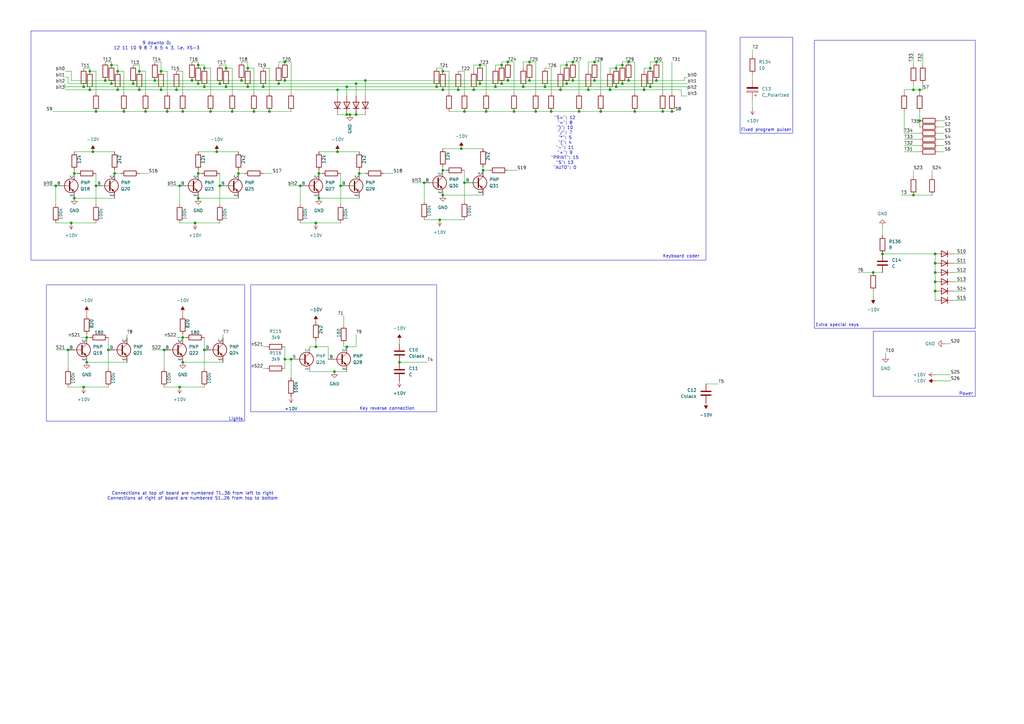
<source format=kicad_sch>
(kicad_sch (version 20250114) (generator "eeschema") (generator_version "9.0")
  (paper "A3")
  (rectangle (start 358.14 135.89) (end 400.05 162.56))
  (rectangle (start 19.05 116.84) (end 100.33 172.72))
  (rectangle (start 102.87 116.84) (end 179.07 168.91))
  (rectangle (start 12.7 12.7) (end 289.56 106.68))
  (rectangle (start 334.01 16.51) (end 400.05 134.62))
  (rectangle (start 303.53 15.24) (end 325.12 54.61))
  (text "Power" (at 396.24 161.544 0) (effects (font (size 1.27 1.27))))
  (text "Fixed program pulser" (at 314.198 53.34 0) (effects (font (size 1.27 1.27))))
  (text "Connections at top of board are numbered T1..36 from left to right\nConnections at right of board are numbered S1..26 from top to bottom" (at 78.994 203.454 0) (effects (font (size 1.27 1.27))))
  (text "9 downto 0:\n12 11 10 9 8 7 6 5 4 3, i.e. XS-3" (at 64.262 18.796 0) (effects (font (size 1.27 1.27))))
  (text "Lights" (at 96.774 171.958 0) (effects (font (size 1.27 1.27))))
  (text "Keyboard coder" (at 279.4 105.156 0) (effects (font (size 1.27 1.27))))
  (text "Extra special keys" (at 343.408 133.35 0) (effects (font (size 1.27 1.27))))
  (text "Key reverse connection" (at 158.75 167.64 0) (effects (font (size 1.27 1.27))))
  (text "\"S=\": 12\n\"=\": 8\n\")\": 10\n\"/\": 7\n\"*\": 5\n\"(\": 4\n\"-\": 11\n\"+\": 9\n\"PRINT\": 15\n\"S\": 13\n\"AUTO\": 0" (at 231.648 58.674 0) (effects (font (size 1.27 1.27))))
  (junction (at 205.74 34.29))
  (junction (at 266.7 27.94))
  (junction (at 83.82 143.51))
  (junction (at 377.19 49.53))
  (junction (at 374.65 80.01))
  (junction (at 138.43 62.23))
  (junction (at 173.99 74.93))
  (junction (at 210.82 45.72))
  (junction (at 223.52 35.56))
  (junction (at 374.65 36.83))
  (junction (at 129.54 91.44))
  (junction (at 29.21 91.44))
  (junction (at 45.72 34.29))
  (junction (at 163.83 148.59))
  (junction (at 196.85 34.29))
  (junction (at 271.78 45.72))
  (junction (at 63.5 33.02))
  (junction (at 243.84 33.02))
  (junction (at 39.37 45.72))
  (junction (at 187.96 36.83))
  (junction (at 95.25 45.72))
  (junction (at 107.95 35.56))
  (junction (at 72.39 36.83))
  (junction (at 34.29 35.56))
  (junction (at 101.6 35.56))
  (junction (at 252.73 27.94))
  (junction (at 123.19 76.2))
  (junction (at 38.1 62.23))
  (junction (at 81.28 34.29))
  (junction (at 147.32 71.12))
  (junction (at 114.3 34.29))
  (junction (at 99.06 33.02))
  (junction (at 27.94 143.51))
  (junction (at 181.61 36.83))
  (junction (at 86.36 45.72))
  (junction (at 217.17 25.4))
  (junction (at 255.27 34.29))
  (junction (at 74.93 148.59))
  (junction (at 383.54 104.14))
  (junction (at 44.45 143.51))
  (junction (at 48.26 29.21))
  (junction (at 48.26 36.83))
  (junction (at 243.84 25.4))
  (junction (at 232.41 26.67))
  (junction (at 383.54 115.57))
  (junction (at 143.51 46.99))
  (junction (at 255.27 26.67))
  (junction (at 35.56 148.59))
  (junction (at 179.07 35.56))
  (junction (at 36.83 36.83))
  (junction (at 39.37 76.2))
  (junction (at 246.38 45.72))
  (junction (at 142.24 46.99))
  (junction (at 116.84 25.4))
  (junction (at 190.5 45.72))
  (junction (at 73.66 158.75))
  (junction (at 110.49 45.72))
  (junction (at 208.28 33.02))
  (junction (at 81.28 26.67))
  (junction (at 142.24 35.56))
  (junction (at 208.28 25.4))
  (junction (at 383.54 119.38))
  (junction (at 257.81 25.4))
  (junction (at 260.35 45.72))
  (junction (at 138.43 36.83))
  (junction (at 181.61 29.21))
  (junction (at 234.95 25.4))
  (junction (at 269.24 33.02))
  (junction (at 264.16 36.83))
  (junction (at 90.17 34.29))
  (junction (at 257.81 33.02))
  (junction (at 130.81 71.12))
  (junction (at 199.39 45.72))
  (junction (at 66.04 36.83))
  (junction (at 22.86 76.2))
  (junction (at 383.54 111.76))
  (junction (at 180.34 90.17))
  (junction (at 54.61 34.29))
  (junction (at 226.06 45.72))
  (junction (at 266.7 35.56))
  (junction (at 74.93 45.72))
  (junction (at 196.85 26.67))
  (junction (at 142.24 142.24))
  (junction (at 34.29 158.75))
  (junction (at 219.71 45.72))
  (junction (at 57.15 36.83))
  (junction (at 30.48 81.28))
  (junction (at 181.61 80.01))
  (junction (at 50.8 45.72))
  (junction (at 66.04 29.21))
  (junction (at 97.79 71.12))
  (junction (at 90.17 76.2))
  (junction (at 205.74 26.67))
  (junction (at 181.61 69.85))
  (junction (at 377.19 36.83))
  (junction (at 194.31 36.83))
  (junction (at 358.14 111.76))
  (junction (at 269.24 25.4))
  (junction (at 83.82 27.94))
  (junction (at 92.71 27.94))
  (junction (at 36.83 29.21))
  (junction (at 45.72 26.67))
  (junction (at 43.18 33.02))
  (junction (at 137.16 152.4))
  (junction (at 57.15 29.21))
  (junction (at 59.69 45.72))
  (junction (at 198.12 69.85))
  (junction (at 74.93 138.43))
  (junction (at 92.71 35.56))
  (junction (at 217.17 33.02))
  (junction (at 67.31 143.51))
  (junction (at 104.14 45.72))
  (junction (at 139.7 76.2))
  (junction (at 203.2 35.56))
  (junction (at 383.54 107.95))
  (junction (at 30.48 71.12))
  (junction (at 68.58 45.72))
  (junction (at 250.19 36.83))
  (junction (at 146.05 46.99))
  (junction (at 83.82 35.56))
  (junction (at 252.73 35.56))
  (junction (at 146.05 34.29))
  (junction (at 116.84 147.32))
  (junction (at 129.54 142.24))
  (junction (at 232.41 34.29))
  (junction (at 116.84 33.02))
  (junction (at 237.49 45.72))
  (junction (at 78.74 33.02))
  (junction (at 73.66 76.2))
  (junction (at 101.6 27.94))
  (junction (at 214.63 35.56))
  (junction (at 190.5 74.93))
  (junction (at 81.28 71.12))
  (junction (at 361.95 104.14))
  (junction (at 275.59 45.72))
  (junction (at 80.01 91.44))
  (junction (at 130.81 81.28))
  (junction (at 81.28 81.28))
  (junction (at 229.87 36.83))
  (junction (at 35.56 138.43))
  (junction (at 88.9 62.23))
  (junction (at 46.99 71.12))
  (junction (at 119.38 147.32))
  (junction (at 189.23 60.96))
  (junction (at 149.86 33.02))
  (junction (at 234.95 33.02))
  (junction (at 241.3 36.83))
  (wire (pts (xy 119.38 38.1) (xy 119.38 25.4)))
  (wire (pts (xy 83.82 158.75) (xy 73.66 158.75)))
  (wire (pts (xy 90.17 91.44) (xy 80.01 91.44)))
  (wire (pts (xy 384.81 49.53) (xy 387.35 49.53)))
  (wire (pts (xy 17.78 76.2) (xy 22.86 76.2)))
  (wire (pts (xy 391.16 123.19) (xy 396.24 123.19)))
  (wire (pts (xy 205.74 26.67) (xy 205.74 25.4)))
  (wire (pts (xy 179.07 35.56) (xy 203.2 35.56)))
  (wire (pts (xy 81.28 62.23) (xy 88.9 62.23)))
  (wire (pts (xy 190.5 69.85) (xy 190.5 74.93)))
  (wire (pts (xy 184.15 29.21) (xy 181.61 29.21)))
  (wire (pts (xy 104.14 27.94) (xy 101.6 27.94)))
  (wire (pts (xy 223.52 35.56) (xy 252.73 35.56)))
  (wire (pts (xy 140.97 142.24) (xy 142.24 142.24)))
  (wire (pts (xy 214.63 25.4) (xy 217.17 25.4)))
  (wire (pts (xy 382.27 80.01) (xy 374.65 80.01)))
  (wire (pts (xy 181.61 29.21) (xy 181.61 27.94)))
  (wire (pts (xy 181.61 36.83) (xy 187.96 36.83)))
  (wire (pts (xy 208.28 25.4) (xy 210.82 25.4)))
  (wire (pts (xy 48.26 26.67) (xy 45.72 26.67)))
  (wire (pts (xy 384.81 54.61) (xy 387.35 54.61)))
  (wire (pts (xy 194.31 36.83) (xy 229.87 36.83)))
  (wire (pts (xy 217.17 25.4) (xy 219.71 25.4)))
  (wire (pts (xy 138.43 36.83) (xy 181.61 36.83)))
  (wire (pts (xy 123.19 76.2) (xy 123.19 83.82)))
  (wire (pts (xy 289.56 157.48) (xy 294.64 157.48)))
  (wire (pts (xy 149.86 33.02) (xy 208.28 33.02)))
  (wire (pts (xy 377.19 36.83) (xy 377.19 38.1)))
  (wire (pts (xy 374.65 36.83) (xy 377.19 36.83)))
  (wire (pts (xy 33.02 138.43) (xy 35.56 138.43)))
  (wire (pts (xy 250.19 27.94) (xy 252.73 27.94)))
  (wire (pts (xy 383.54 153.67) (xy 389.89 153.67)))
  (wire (pts (xy 142.24 35.56) (xy 179.07 35.56)))
  (wire (pts (xy 138.43 46.99) (xy 142.24 46.99)))
  (wire (pts (xy 203.2 27.94) (xy 203.2 26.67)))
  (wire (pts (xy 88.9 62.23) (xy 97.79 62.23)))
  (wire (pts (xy 81.28 26.67) (xy 83.82 26.67)))
  (wire (pts (xy 90.17 34.29) (xy 81.28 34.29)))
  (wire (pts (xy 81.28 25.4) (xy 81.28 26.67)))
  (wire (pts (xy 39.37 76.2) (xy 44.45 76.2)))
  (wire (pts (xy 110.49 38.1) (xy 110.49 27.94)))
  (wire (pts (xy 226.06 45.72) (xy 237.49 45.72)))
  (wire (pts (xy 74.93 137.16) (xy 74.93 138.43)))
  (wire (pts (xy 387.35 140.97) (xy 389.89 140.97)))
  (wire (pts (xy 81.28 69.85) (xy 81.28 71.12)))
  (wire (pts (xy 243.84 33.02) (xy 257.81 33.02)))
  (wire (pts (xy 252.73 27.94) (xy 252.73 26.67)))
  (wire (pts (xy 139.7 76.2) (xy 144.78 76.2)))
  (wire (pts (xy 383.54 156.21) (xy 389.89 156.21)))
  (wire (pts (xy 130.81 62.23) (xy 138.43 62.23)))
  (wire (pts (xy 95.25 27.94) (xy 92.71 27.94)))
  (wire (pts (xy 36.83 27.94) (xy 34.29 27.94)))
  (wire (pts (xy 74.93 38.1) (xy 74.93 29.21)))
  (wire (pts (xy 92.71 26.67) (xy 92.71 27.94)))
  (wire (pts (xy 39.37 38.1) (xy 39.37 29.21)))
  (wire (pts (xy 129.54 91.44) (xy 123.19 91.44)))
  (wire (pts (xy 140.97 129.54) (xy 140.97 133.35)))
  (wire (pts (xy 280.67 31.75) (xy 281.94 31.75)))
  (wire (pts (xy 35.56 138.43) (xy 36.83 138.43)))
  (wire (pts (xy 39.37 76.2) (xy 39.37 83.82)))
  (wire (pts (xy 78.74 25.4) (xy 81.28 25.4)))
  (wire (pts (xy 147.32 69.85) (xy 147.32 71.12)))
  (wire (pts (xy 361.95 92.71) (xy 361.95 96.52)))
  (wire (pts (xy 83.82 27.94) (xy 86.36 27.94)))
  (wire (pts (xy 184.15 45.72) (xy 190.5 45.72)))
  (wire (pts (xy 163.83 148.59) (xy 175.26 148.59)))
  (wire (pts (xy 80.01 91.44) (xy 73.66 91.44)))
  (wire (pts (xy 203.2 26.67) (xy 205.74 26.67)))
  (wire (pts (xy 27.94 143.51) (xy 27.94 151.13)))
  (wire (pts (xy 205.74 34.29) (xy 232.41 34.29)))
  (wire (pts (xy 116.84 151.13) (xy 116.84 147.32)))
  (wire (pts (xy 101.6 25.4) (xy 101.6 27.94)))
  (wire (pts (xy 266.7 25.4) (xy 269.24 25.4)))
  (wire (pts (xy 107.95 35.56) (xy 142.24 35.56)))
  (wire (pts (xy 81.28 71.12) (xy 82.55 71.12)))
  (wire (pts (xy 73.66 158.75) (xy 67.31 158.75)))
  (wire (pts (xy 264.16 29.21) (xy 264.16 27.94)))
  (wire (pts (xy 83.82 26.67) (xy 83.82 27.94)))
  (wire (pts (xy 377.19 45.72) (xy 377.19 49.53)))
  (wire (pts (xy 384.81 52.07) (xy 387.35 52.07)))
  (wire (pts (xy 232.41 25.4) (xy 232.41 26.67)))
  (wire (pts (xy 370.84 62.23) (xy 377.19 62.23)))
  (wire (pts (xy 264.16 27.94) (xy 266.7 27.94)))
  (wire (pts (xy 279.4 36.83) (xy 279.4 39.37)))
  (wire (pts (xy 83.82 143.51) (xy 83.82 151.13)))
  (wire (pts (xy 219.71 45.72) (xy 226.06 45.72)))
  (wire (pts (xy 194.31 26.67) (xy 194.31 29.21)))
  (wire (pts (xy 370.84 45.72) (xy 370.84 54.61)))
  (wire (pts (xy 54.61 34.29) (xy 45.72 34.29)))
  (wire (pts (xy 237.49 25.4) (xy 234.95 25.4)))
  (wire (pts (xy 97.79 69.85) (xy 97.79 71.12)))
  (wire (pts (xy 74.93 45.72) (xy 86.36 45.72)))
  (wire (pts (xy 48.26 29.21) (xy 48.26 26.67)))
  (wire (pts (xy 280.67 31.75) (xy 280.67 33.02)))
  (wire (pts (xy 129.54 142.24) (xy 127 142.24)))
  (wire (pts (xy 208.28 69.85) (xy 212.09 69.85)))
  (wire (pts (xy 370.84 57.15) (xy 377.19 57.15)))
  (wire (pts (xy 143.51 46.99) (xy 146.05 46.99)))
  (wire (pts (xy 46.99 81.28) (xy 30.48 81.28)))
  (wire (pts (xy 168.91 74.93) (xy 173.99 74.93)))
  (wire (pts (xy 217.17 33.02) (xy 234.95 33.02)))
  (wire (pts (xy 374.65 21.59) (xy 374.65 26.67)))
  (wire (pts (xy 378.46 34.29) (xy 378.46 36.83)))
  (wire (pts (xy 173.99 74.93) (xy 173.99 82.55)))
  (wire (pts (xy 139.7 76.2) (xy 139.7 83.82)))
  (wire (pts (xy 43.18 33.02) (xy 29.21 33.02)))
  (wire (pts (xy 130.81 71.12) (xy 132.08 71.12)))
  (wire (pts (xy 39.37 45.72) (xy 50.8 45.72)))
  (wire (pts (xy 383.54 119.38) (xy 383.54 123.19)))
  (wire (pts (xy 275.59 45.72) (xy 276.86 45.72)))
  (wire (pts (xy 351.79 111.76) (xy 358.14 111.76)))
  (wire (pts (xy 78.74 33.02) (xy 63.5 33.02)))
  (wire (pts (xy 38.1 62.23) (xy 46.99 62.23)))
  (wire (pts (xy 66.04 29.21) (xy 66.04 25.4)))
  (wire (pts (xy 377.19 54.61) (xy 370.84 54.61)))
  (wire (pts (xy 48.26 36.83) (xy 36.83 36.83)))
  (wire (pts (xy 83.82 35.56) (xy 34.29 35.56)))
  (wire (pts (xy 86.36 27.94) (xy 86.36 38.1)))
  (wire (pts (xy 139.7 71.12) (xy 139.7 76.2)))
  (wire (pts (xy 107.95 35.56) (xy 101.6 35.56)))
  (wire (pts (xy 181.61 68.58) (xy 181.61 69.85)))
  (wire (pts (xy 187.96 36.83) (xy 194.31 36.83)))
  (wire (pts (xy 72.39 138.43) (xy 74.93 138.43)))
  (wire (pts (xy 198.12 80.01) (xy 181.61 80.01)))
  (wire (pts (xy 142.24 35.56) (xy 142.24 39.37)))
  (wire (pts (xy 281.94 35.56) (xy 281.94 36.83)))
  (wire (pts (xy 68.58 76.2) (xy 73.66 76.2)))
  (wire (pts (xy 107.95 142.24) (xy 109.22 142.24)))
  (wire (pts (xy 184.15 38.1) (xy 184.15 29.21)))
  (wire (pts (xy 22.86 91.44) (xy 29.21 91.44)))
  (wire (pts (xy 157.48 71.12) (xy 161.29 71.12)))
  (wire (pts (xy 383.54 115.57) (xy 383.54 119.38)))
  (wire (pts (xy 46.99 69.85) (xy 46.99 71.12)))
  (wire (pts (xy 190.5 74.93) (xy 195.58 74.93)))
  (wire (pts (xy 229.87 36.83) (xy 241.3 36.83)))
  (wire (pts (xy 49.53 71.12) (xy 46.99 71.12)))
  (wire (pts (xy 255.27 34.29) (xy 281.94 34.29)))
  (wire (pts (xy 378.46 21.59) (xy 378.46 26.67)))
  (wire (pts (xy 22.86 76.2) (xy 22.86 83.82)))
  (wire (pts (xy 210.82 25.4) (xy 210.82 38.1)))
  (wire (pts (xy 138.43 36.83) (xy 138.43 39.37)))
  (wire (pts (xy 257.81 33.02) (xy 269.24 33.02)))
  (wire (pts (xy 104.14 38.1) (xy 104.14 27.94)))
  (wire (pts (xy 234.95 25.4) (xy 232.41 25.4)))
  (wire (pts (xy 114.3 25.4) (xy 114.3 26.67)))
  (wire (pts (xy 26.67 35.56) (xy 26.67 34.29)))
  (wire (pts (xy 391.16 119.38) (xy 396.24 119.38)))
  (wire (pts (xy 226.06 38.1) (xy 226.06 27.94)))
  (wire (pts (xy 269.24 25.4) (xy 271.78 25.4)))
  (wire (pts (xy 149.86 33.02) (xy 149.86 39.37)))
  (wire (pts (xy 116.84 142.24) (xy 116.84 147.32)))
  (wire (pts (xy 146.05 142.24) (xy 142.24 142.24)))
  (wire (pts (xy 246.38 45.72) (xy 260.35 45.72)))
  (wire (pts (xy 383.54 104.14) (xy 383.54 107.95)))
  (wire (pts (xy 91.44 148.59) (xy 74.93 148.59)))
  (wire (pts (xy 34.29 35.56) (xy 26.67 35.56)))
  (wire (pts (xy 107.95 151.13) (xy 109.22 151.13)))
  (wire (pts (xy 36.83 36.83) (xy 26.67 36.83)))
  (wire (pts (xy 149.86 71.12) (xy 147.32 71.12)))
  (wire (pts (xy 203.2 35.56) (xy 214.63 35.56)))
  (wire (pts (xy 99.06 33.02) (xy 78.74 33.02)))
  (wire (pts (xy 63.5 33.02) (xy 43.18 33.02)))
  (wire (pts (xy 269.24 33.02) (xy 280.67 33.02)))
  (wire (pts (xy 67.31 143.51) (xy 67.31 151.13)))
  (wire (pts (xy 97.79 81.28) (xy 81.28 81.28)))
  (wire (pts (xy 180.34 90.17) (xy 173.99 90.17)))
  (wire (pts (xy 101.6 35.56) (xy 92.71 35.56)))
  (wire (pts (xy 198.12 68.58) (xy 198.12 69.85)))
  (wire (pts (xy 391.16 107.95) (xy 396.24 107.95)))
  (wire (pts (xy 196.85 34.29) (xy 205.74 34.29)))
  (wire (pts (xy 190.5 90.17) (xy 180.34 90.17)))
  (wire (pts (xy 229.87 29.21) (xy 229.87 26.67)))
  (wire (pts (xy 137.16 152.4) (xy 142.24 152.4)))
  (wire (pts (xy 214.63 27.94) (xy 214.63 25.4)))
  (wire (pts (xy 179.07 27.94) (xy 181.61 27.94)))
  (wire (pts (xy 199.39 38.1) (xy 199.39 26.67)))
  (wire (pts (xy 116.84 33.02) (xy 99.06 33.02)))
  (wire (pts (xy 52.07 137.16) (xy 52.07 138.43)))
  (wire (pts (xy 243.84 25.4) (xy 241.3 25.4)))
  (wire (pts (xy 91.44 137.16) (xy 91.44 138.43)))
  (wire (pts (xy 181.61 60.96) (xy 189.23 60.96)))
  (wire (pts (xy 146.05 34.29) (xy 146.05 39.37)))
  (wire (pts (xy 146.05 137.16) (xy 146.05 142.24)))
  (wire (pts (xy 391.16 115.57) (xy 396.24 115.57)))
  (wire (pts (xy 74.93 138.43) (xy 76.2 138.43)))
  (wire (pts (xy 107.95 27.94) (xy 110.49 27.94)))
  (wire (pts (xy 57.15 71.12) (xy 60.96 71.12)))
  (wire (pts (xy 62.23 143.51) (xy 67.31 143.51)))
  (wire (pts (xy 190.5 74.93) (xy 190.5 82.55)))
  (wire (pts (xy 39.37 29.21) (xy 36.83 29.21)))
  (wire (pts (xy 264.16 36.83) (xy 279.4 36.83)))
  (wire (pts (xy 279.4 39.37) (xy 281.94 39.37)))
  (wire (pts (xy 199.39 26.67) (xy 196.85 26.67)))
  (wire (pts (xy 48.26 29.21) (xy 50.8 29.21)))
  (wire (pts (xy 252.73 26.67) (xy 255.27 26.67)))
  (wire (pts (xy 68.58 29.21) (xy 66.04 29.21)))
  (wire (pts (xy 255.27 26.67) (xy 255.27 25.4)))
  (wire (pts (xy 116.84 33.02) (xy 149.86 33.02)))
  (wire (pts (xy 81.28 34.29) (xy 54.61 34.29)))
  (wire (pts (xy 187.96 29.21) (xy 190.5 29.21)))
  (wire (pts (xy 391.16 104.14) (xy 396.24 104.14)))
  (wire (pts (xy 57.15 26.67) (xy 54.61 26.67)))
  (wire (pts (xy 90.17 76.2) (xy 95.25 76.2)))
  (wire (pts (xy 72.39 36.83) (xy 66.04 36.83)))
  (wire (pts (xy 181.61 69.85) (xy 182.88 69.85)))
  (wire (pts (xy 252.73 35.56) (xy 266.7 35.56)))
  (wire (pts (xy 68.58 38.1) (xy 68.58 29.21)))
  (wire (pts (xy 275.59 38.1) (xy 275.59 25.4)))
  (wire (pts (xy 39.37 45.72) (xy 21.59 45.72)))
  (wire (pts (xy 73.66 76.2) (xy 73.66 83.82)))
  (wire (pts (xy 223.52 27.94) (xy 226.06 27.94)))
  (wire (pts (xy 74.93 129.54) (xy 74.93 128.27)))
  (wire (pts (xy 57.15 36.83) (xy 66.04 36.83)))
  (wire (pts (xy 27.94 34.29) (xy 27.94 31.75)))
  (wire (pts (xy 361.95 111.76) (xy 358.14 111.76)))
  (wire (pts (xy 114.3 34.29) (xy 90.17 34.29)))
  (wire (pts (xy 250.19 29.21) (xy 250.19 27.94)))
  (wire (pts (xy 34.29 158.75) (xy 27.94 158.75)))
  (wire (pts (xy 72.39 36.83) (xy 138.43 36.83)))
  (wire (pts (xy 189.23 60.96) (xy 198.12 60.96)))
  (wire (pts (xy 271.78 25.4) (xy 271.78 38.1)))
  (wire (pts (xy 44.45 158.75) (xy 34.29 158.75)))
  (wire (pts (xy 45.72 26.67) (xy 45.72 25.4)))
  (wire (pts (xy 74.93 45.72) (xy 68.58 45.72)))
  (wire (pts (xy 260.35 45.72) (xy 271.78 45.72)))
  (wire (pts (xy 384.81 57.15) (xy 387.35 57.15)))
  (wire (pts (xy 119.38 45.72) (xy 110.49 45.72)))
  (wire (pts (xy 190.5 45.72) (xy 199.39 45.72)))
  (wire (pts (xy 199.39 45.72) (xy 210.82 45.72)))
  (wire (pts (xy 45.72 25.4) (xy 43.18 25.4)))
  (wire (pts (xy 370.84 59.69) (xy 377.19 59.69)))
  (wire (pts (xy 250.19 36.83) (xy 264.16 36.83)))
  (wire (pts (xy 190.5 29.21) (xy 190.5 38.1)))
  (wire (pts (xy 383.54 107.95) (xy 383.54 111.76)))
  (wire (pts (xy 383.54 104.14) (xy 361.95 104.14)))
  (wire (pts (xy 358.14 119.38) (xy 358.14 121.92)))
  (wire (pts (xy 29.21 33.02) (xy 29.21 29.21)))
  (wire (pts (xy 68.58 45.72) (xy 59.69 45.72)))
  (wire (pts (xy 134.62 147.32) (xy 134.62 142.24)))
  (wire (pts (xy 130.81 69.85) (xy 130.81 71.12)))
  (wire (pts (xy 271.78 45.72) (xy 275.59 45.72)))
  (wire (pts (xy 27.94 31.75) (xy 26.67 31.75)))
  (wire (pts (xy 246.38 25.4) (xy 243.84 25.4)))
  (wire (pts (xy 138.43 62.23) (xy 147.32 62.23)))
  (wire (pts (xy 57.15 29.21) (xy 57.15 26.67)))
  (wire (pts (xy 90.17 71.12) (xy 90.17 76.2)))
  (wire (pts (xy 266.7 35.56) (xy 281.94 35.56)))
  (wire (pts (xy 370.84 36.83) (xy 370.84 38.1)))
  (wire (pts (xy 48.26 36.83) (xy 57.15 36.83)))
  (wire (pts (xy 83.82 138.43) (xy 83.82 143.51)))
  (wire (pts (xy 50.8 38.1) (xy 50.8 29.21)))
  (wire (pts (xy 384.81 62.23) (xy 387.35 62.23)))
  (wire (pts (xy 246.38 38.1) (xy 246.38 25.4)))
  (wire (pts (xy 147.32 81.28) (xy 130.81 81.28)))
  (wire (pts (xy 35.56 129.54) (xy 35.56 128.27)))
  (wire (pts (xy 382.27 69.85) (xy 382.27 72.39)))
  (wire (pts (xy 36.83 29.21) (xy 36.83 27.94)))
  (wire (pts (xy 308.61 40.64) (xy 308.61 44.45)))
  (wire (pts (xy 374.65 69.85) (xy 374.65 72.39)))
  (wire (pts (xy 139.7 91.44) (xy 129.54 91.44)))
  (wire (pts (xy 210.82 45.72) (xy 219.71 45.72)))
  (wire (pts (xy 308.61 20.32) (xy 308.61 22.86)))
  (wire (pts (xy 95.25 38.1) (xy 95.25 27.94)))
  (wire (pts (xy 127 152.4) (xy 137.16 152.4)))
  (wire (pts (xy 118.11 76.2) (xy 123.19 76.2)))
  (wire (pts (xy 208.28 33.02) (xy 217.17 33.02)))
  (wire (pts (xy 260.35 25.4) (xy 257.81 25.4)))
  (wire (pts (xy 266.7 27.94) (xy 266.7 25.4)))
  (wire (pts (xy 140.97 140.97) (xy 140.97 142.24)))
  (wire (pts (xy 90.17 76.2) (xy 90.17 83.82)))
  (wire (pts (xy 29.21 91.44) (xy 39.37 91.44)))
  (wire (pts (xy 384.81 59.69) (xy 387.35 59.69)))
  (wire (pts (xy 66.04 25.4) (xy 63.5 25.4)))
  (wire (pts (xy 116.84 25.4) (xy 119.38 25.4)))
  (wire (pts (xy 100.33 71.12) (xy 97.79 71.12)))
  (wire (pts (xy 95.25 45.72) (xy 86.36 45.72)))
  (wire (pts (xy 308.61 30.48) (xy 308.61 33.02)))
  (wire (pts (xy 146.05 46.99) (xy 149.86 46.99)))
  (wire (pts (xy 237.49 38.1) (xy 237.49 25.4)))
  (wire (pts (xy 30.48 71.12) (xy 31.75 71.12)))
  (wire (pts (xy 146.05 34.29) (xy 196.85 34.29)))
  (wire (pts (xy 50.8 45.72) (xy 59.69 45.72)))
  (wire (pts (xy 30.48 69.85) (xy 30.48 71.12)))
  (wire (pts (xy 107.95 71.12) (xy 111.76 71.12)))
  (wire (pts (xy 72.39 29.21) (xy 74.93 29.21)))
  (wire (pts (xy 214.63 35.56) (xy 223.52 35.56)))
  (wire (pts (xy 205.74 25.4) (xy 208.28 25.4)))
  (wire (pts (xy 45.72 34.29) (xy 27.94 34.29)))
  (wire (pts (xy 219.71 25.4) (xy 219.71 38.1)))
  (wire (pts (xy 241.3 25.4) (xy 241.3 29.21)))
  (wire (pts (xy 260.35 38.1) (xy 260.35 25.4)))
  (wire (pts (xy 229.87 26.67) (xy 232.41 26.67)))
  (wire (pts (xy 374.65 34.29) (xy 374.65 36.83)))
  (wire (pts (xy 22.86 143.51) (xy 27.94 143.51)))
  (wire (pts (xy 255.27 25.4) (xy 257.81 25.4)))
  (wire (pts (xy 110.49 45.72) (xy 104.14 45.72)))
  (wire (pts (xy 30.48 62.23) (xy 38.1 62.23)))
  (wire (pts (xy 39.37 71.12) (xy 39.37 76.2)))
  (wire (pts (xy 119.38 147.32) (xy 119.38 154.94)))
  (wire (pts (xy 196.85 26.67) (xy 194.31 26.67)))
  (wire (pts (xy 129.54 139.7) (xy 129.54 142.24)))
  (wire (pts (xy 59.69 29.21) (xy 59.69 38.1)))
  (wire (pts (xy 52.07 148.59) (xy 35.56 148.59)))
  (wire (pts (xy 83.82 35.56) (xy 92.71 35.56)))
  (wire (pts (xy 44.45 143.51) (xy 44.45 151.13)))
  (wire (pts (xy 200.66 69.85) (xy 198.12 69.85)))
  (wire (pts (xy 104.14 45.72) (xy 95.25 45.72)))
  (wire (pts (xy 99.06 25.4) (xy 101.6 25.4)))
  (wire (pts (xy 369.57 80.01) (xy 374.65 80.01)))
  (wire (pts (xy 114.3 34.29) (xy 146.05 34.29)))
  (wire (pts (xy 116.84 147.32) (xy 119.38 147.32)))
  (wire (pts (xy 377.19 49.53) (xy 377.19 52.07)))
  (wire (pts (xy 26.67 29.21) (xy 29.21 29.21)))
  (wire (pts (xy 232.41 34.29) (xy 255.27 34.29)))
  (wire (pts (xy 44.45 138.43) (xy 44.45 143.51)))
  (wire (pts (xy 163.83 140.97) (xy 163.83 139.7)))
  (wire (pts (xy 90.17 26.67) (xy 92.71 26.67)))
  (wire (pts (xy 134.62 142.24) (xy 129.54 142.24)))
  (wire (pts (xy 370.84 36.83) (xy 374.65 36.83)))
  (wire (pts (xy 378.46 36.83) (xy 377.19 36.83)))
  (wire (pts (xy 234.95 33.02) (xy 243.84 33.02)))
  (wire (pts (xy 114.3 25.4) (xy 116.84 25.4)))
  (wire (pts (xy 241.3 36.83) (xy 250.19 36.83)))
  (wire (pts (xy 57.15 29.21) (xy 59.69 29.21)))
  (wire (pts (xy 142.24 46.99) (xy 143.51 46.99)))
  (wire (pts (xy 35.56 137.16) (xy 35.56 138.43)))
  (wire (pts (xy 383.54 115.57) (xy 383.54 111.76)))
  (wire (pts (xy 237.49 45.72) (xy 246.38 45.72)))
  (wire (pts (xy 363.22 144.78) (xy 363.22 146.05)))
  (wire (pts (xy 391.16 111.76) (xy 396.24 111.76)))
  (label "bit3" (at 26.67 36.83 180))
  (label "T1" (at 140.97 129.54 180))
  (label "T33" (at 370.84 57.15 0))
  (label "T3" (at 369.57 80.01 0))
  (label "T5" (at 294.64 157.48 0))
  (label "T6" (at 351.79 111.76 0))
  (label "bit2" (at 26.67 34.29 180))
  (label "S9" (at 21.59 45.72 180))
  (label "S26" (at 389.89 156.21 0))
  (label "bit1" (at 281.94 34.29 0))
  (label "T27" (at 234.95 25.4 0))
  (label "T12" (at 45.72 25.4 180))
  (label "T34" (at 370.84 54.61 0))
  (label "T13" (at 57.15 26.67 180))
  (label "nS21" (at 107.95 142.24 180))
  (label "S21" (at 22.86 143.51 0))
  (label "bit0" (at 26.67 29.21 180))
  (label "nS21" (at 33.02 138.43 180))
  (label "S13" (at 392.43 115.57 0))
  (label "S11" (at 392.43 107.95 0))
  (label "S22" (at 62.23 143.51 0))
  (label "T9" (at 146.05 137.16 0))
  (label "T33" (at 374.65 25.4 90))
  (label "S16" (at 60.96 71.12 0))
  (label "S4" (at 387.35 57.15 0))
  (label "S10" (at 392.43 104.14 0))
  (label "S23" (at 374.65 69.85 0))
  (label "bit2" (at 118.11 76.2 0))
  (label "T23" (at 196.85 26.67 0))
  (label "T16" (at 81.28 25.4 180))
  (label "S18" (at 161.29 71.12 0))
  (label "T32" (at 370.84 59.69 0))
  (label "T15" (at 73.66 29.21 180))
  (label "S12" (at 392.43 111.76 0))
  (label "S14" (at 392.43 119.38 0))
  (label "T25" (at 217.17 25.4 0))
  (label "T19" (at 109.22 27.94 180))
  (label "T10" (at 363.22 144.78 0))
  (label "T32" (at 378.46 25.4 90))
  (label "T29" (at 256.54 25.4 0))
  (label "S2" (at 387.35 52.07 0))
  (label "bit3" (at 281.94 39.37 0))
  (label "T7" (at 91.44 137.16 0))
  (label "T11" (at 36.83 27.94 180))
  (label "T35" (at 377.19 50.8 180))
  (label "S24" (at 382.27 69.85 0))
  (label "S20" (at 389.89 140.97 0))
  (label "T28" (at 243.84 25.4 0))
  (label "bit0" (at 17.78 76.2 0))
  (label "T14" (at 66.04 25.4 180))
  (label "T18" (at 101.6 25.4 180))
  (label "S1" (at 387.35 49.53 0))
  (label "T26" (at 224.79 27.94 0))
  (label "bit3" (at 168.91 74.93 0))
  (label "T8" (at 52.07 137.16 0))
  (label "bit1" (at 26.67 31.75 180))
  (label "bit2" (at 281.94 36.8266 0))
  (label "S15" (at 392.43 123.19 0))
  (label "bit1" (at 68.58 76.2 0))
  (label "T31" (at 370.84 62.23 0))
  (label "bit0" (at 281.94 31.75 0))
  (label "S3" (at 387.35 54.61 0))
  (label "T21" (at 180.34 27.94 0))
  (label "T20" (at 119.38 25.4 180))
  (label "nS22" (at 107.95 151.13 180))
  (label "S7" (at 378.46 36.83 0))
  (label "T22" (at 189.23 29.21 0))
  (label "nS22" (at 72.39 138.43 180))
  (label "T30" (at 267.97 25.4 0))
  (label "T4" (at 175.26 148.59 0))
  (label "S25" (at 389.89 153.67 0))
  (label "S6" (at 387.35 62.23 0))
  (label "S5" (at 387.35 59.69 0))
  (label "T2" (at 308.61 20.32 0))
  (label "T17" (at 92.71 26.67 180))
  (label "S17" (at 111.76 71.12 0))
  (label "T31" (at 275.59 25.4 0))
  (label "S8" (at 276.86 45.72 0))
  (label "S19" (at 212.09 69.85 0))
  (label "T24" (at 208.28 25.4 0))
  (symbol (lib_id "Simulation_SPICE:PNP") (at 27.94 76.2 0) (unit 1)
    (property "Reference" "Q18" (at 33.02 77.4701 0) (effects (justify left)))
    (property "Value" "PNP" (at 33.02 74.9301 0) (effects (justify left)))
    (property "Datasheet" "https://ngspice.sourceforge.io/docs/ngspice-html-manual/manual.xhtml#cha_BJTs" (effects (hide yes)))
    (property "Description" "Bipolar transistor symbol for simulation only, substrate tied to the emitter" (effects (hide yes)))
    (property "Sim.Device" "PNP" (effects (hide yes)))
    (property "Sim.Type" "GUMMELPOON" (effects (hide yes)))
    (property "Sim.Pins" "1=C 2=B 3=E" (effects (hide yes)))
  )
  (symbol (lib_id "Device:R") (at 35.56 133.35 0) (mirror x) (unit 1)
    (property "Reference" "R75" (effects (hide yes)))
    (property "Value" "820" (at 37.592 130.81 90) (effects (justify left)))
    (property "Description" "Resistor" (effects (hide yes)))
  )
  (symbol (lib_id "Simulation_SPICE:PNP") (at 124.46 147.32 0) (unit 1)
    (property "Reference" "Q26" (at 129.54 148.5901 0) (effects (justify left)))
    (property "Value" "PNP" (at 129.54 146.0501 0) (effects (justify left)))
    (property "Datasheet" "https://ngspice.sourceforge.io/docs/ngspice-html-manual/manual.xhtml#cha_BJTs" (effects (hide yes)))
    (property "Description" "Bipolar transistor symbol for simulation only, substrate tied to the emitter" (effects (hide yes)))
    (property "Sim.Device" "PNP" (effects (hide yes)))
    (property "Sim.Type" "GUMMELPOON" (effects (hide yes)))
    (property "Sim.Pins" "1=C 2=B 3=E" (effects (hide yes)))
  )
  (symbol (lib_id "Simulation_SPICE:PNP") (at 88.9 143.51 0) (unit 1)
    (property "Reference" "Q24" (at 93.98 144.7801 0) (effects (justify left)))
    (property "Value" "PNP" (at 93.98 142.2401 0) (effects (justify left)))
    (property "Datasheet" "https://ngspice.sourceforge.io/docs/ngspice-html-manual/manual.xhtml#cha_BJTs" (effects (hide yes)))
    (property "Description" "Bipolar transistor symbol for simulation only, substrate tied to the emitter" (effects (hide yes)))
    (property "Sim.Device" "PNP" (effects (hide yes)))
    (property "Sim.Type" "GUMMELPOON" (effects (hide yes)))
    (property "Sim.Pins" "1=C 2=B 3=E" (effects (hide yes)))
  )
  (symbol (lib_id "Device:D") (at 387.35 119.38 180) (unit 1)
    (property "Reference" "D15" (effects (hide yes)))
    (property "Value" "D" (effects (hide yes)))
    (property "Description" "Diode" (effects (hide yes)))
    (property "Sim.Device" "D" (effects (hide yes)))
    (property "Sim.Pins" "1=K 2=A" (effects (hide yes)))
  )
  (symbol (lib_id "Device:R") (at 139.7 87.63 0) (unit 1)
    (property "Reference" "R120" (effects (hide yes)))
    (property "Value" "100k" (at 141.732 90.17 90) (effects (justify left)))
    (property "Description" "Resistor" (effects (hide yes)))
  )
  (symbol (lib_id "power:GND") (at 387.35 140.97 270) (unit 1)
    (property "Reference" "#PWR057" (effects (hide yes)))
    (property "Value" "GND" (at 383.54 140.9699 90) (effects (justify right)))
    (property "Description" "Power symbol creates a global label with name \"GND\" , ground" (effects (hide yes)))
  )
  (symbol (lib_id "Device:R") (at 101.6 31.75 180) (unit 1)
    (property "Reference" "R39" (effects (hide yes)))
    (property "Value" "27k" (effects (hide yes)))
    (property "Description" "Resistor" (effects (hide yes)))
  )
  (symbol (lib_id "power:-10V") (at 35.56 128.27 0) (mirror y) (unit 1)
    (property "Reference" "#PWR029" (effects (hide yes)))
    (property "Value" "-10V" (at 35.56 123.19 0))
    (property "Description" "Power symbol creates a global label with name \"-10V\"" (effects (hide yes)))
  )
  (symbol (lib_id "power:GND") (at 137.16 152.4 0) (unit 1)
    (property "Reference" "#PWR042" (effects (hide yes)))
    (property "Value" "GND" (at 137.16 157.48 0))
    (property "Description" "Power symbol creates a global label with name \"GND\" , ground" (effects (hide yes)))
  )
  (symbol (lib_id "Device:R") (at 217.17 29.21 0) (unit 1)
    (property "Reference" "R99" (effects (hide yes)))
    (property "Value" "27k" (effects (hide yes)))
    (property "Description" "Resistor" (effects (hide yes)))
  )
  (symbol (lib_id "Device:R") (at 104.14 41.91 180) (unit 1)
    (property "Reference" "R38" (effects (hide yes)))
    (property "Value" "27k" (effects (hide yes)))
    (property "Description" "Resistor" (effects (hide yes)))
  )
  (symbol (lib_id "Device:R") (at 381 54.61 90) (unit 1)
    (property "Reference" "R144" (effects (hide yes)))
    (property "Value" "27k" (effects (hide yes)))
    (property "Description" "Resistor" (effects (hide yes)))
  )
  (symbol (lib_id "Device:R") (at 119.38 41.91 180) (unit 1)
    (property "Reference" "R65" (effects (hide yes)))
    (property "Value" "27k" (effects (hide yes)))
    (property "Description" "Resistor" (effects (hide yes)))
  )
  (symbol (lib_id "Simulation_SPICE:PNP") (at 128.27 76.2 0) (unit 1)
    (property "Reference" "Q27" (at 133.35 77.4701 0) (effects (justify left)))
    (property "Value" "PNP" (at 133.35 74.9301 0) (effects (justify left)))
    (property "Datasheet" "https://ngspice.sourceforge.io/docs/ngspice-html-manual/manual.xhtml#cha_BJTs" (effects (hide yes)))
    (property "Description" "Bipolar transistor symbol for simulation only, substrate tied to the emitter" (effects (hide yes)))
    (property "Sim.Device" "PNP" (effects (hide yes)))
    (property "Sim.Type" "GUMMELPOON" (effects (hide yes)))
    (property "Sim.Pins" "1=C 2=B 3=E" (effects (hide yes)))
  )
  (symbol (lib_id "Device:R") (at 234.95 29.21 0) (unit 1)
    (property "Reference" "R105" (effects (hide yes)))
    (property "Value" "27k" (effects (hide yes)))
    (property "Description" "Resistor" (effects (hide yes)))
  )
  (symbol (lib_id "Device:R") (at 374.65 30.48 180) (unit 1)
    (property "Reference" "R138" (effects (hide yes)))
    (property "Value" "27k" (effects (hide yes)))
    (property "Description" "Resistor" (effects (hide yes)))
  )
  (symbol (lib_id "Device:R") (at 187.96 33.02 0) (unit 1)
    (property "Reference" "R82" (effects (hide yes)))
    (property "Value" "27k" (effects (hide yes)))
    (property "Description" "Resistor" (effects (hide yes)))
  )
  (symbol (lib_id "Device:R") (at 113.03 142.24 90) (unit 1)
    (property "Reference" "R115" (at 113.03 135.89 90))
    (property "Value" "3k9" (at 113.03 138.43 90))
    (property "Description" "Resistor" (effects (hide yes)))
  )
  (symbol (lib_id "Device:D") (at 146.05 43.18 90) (unit 1)
    (property "Reference" "D9" (effects (hide yes)))
    (property "Value" "D" (effects (hide yes)))
    (property "Description" "Diode" (effects (hide yes)))
    (property "Sim.Device" "D" (effects (hide yes)))
    (property "Sim.Pins" "1=K 2=A" (effects (hide yes)))
  )
  (symbol (lib_id "Device:D") (at 387.35 123.19 180) (unit 1)
    (property "Reference" "D16" (effects (hide yes)))
    (property "Value" "D" (effects (hide yes)))
    (property "Description" "Diode" (effects (hide yes)))
    (property "Sim.Device" "D" (effects (hide yes)))
    (property "Sim.Pins" "1=K 2=A" (effects (hide yes)))
  )
  (symbol (lib_id "Device:R") (at 34.29 31.75 180) (unit 1)
    (property "Reference" "R62" (effects (hide yes)))
    (property "Value" "27k" (effects (hide yes)))
    (property "Description" "Resistor" (effects (hide yes)))
  )
  (symbol (lib_id "Device:R") (at 129.54 135.89 0) (mirror x) (unit 1)
    (property "Reference" "R92" (effects (hide yes)))
    (property "Value" "2k2" (at 131.572 133.35 90) (effects (justify left)))
    (property "Description" "Resistor" (effects (hide yes)))
  )
  (symbol (lib_id "Device:R") (at 219.71 41.91 0) (unit 1)
    (property "Reference" "R100" (effects (hide yes)))
    (property "Value" "27k" (effects (hide yes)))
    (property "Description" "Resistor" (effects (hide yes)))
  )
  (symbol (lib_id "power:+10V") (at 163.83 156.21 180) (unit 1)
    (property "Reference" "#PWR046" (effects (hide yes)))
    (property "Value" "+10V" (at 163.83 161.29 0))
    (property "Description" "Power symbol creates a global label with name \"+10V\"" (effects (hide yes)))
  )
  (symbol (lib_id "power:GND") (at 74.93 148.59 0) (unit 1)
    (property "Reference" "#PWR034" (effects (hide yes)))
    (property "Value" "GND" (at 74.93 153.67 0))
    (property "Description" "Power symbol creates a global label with name \"GND\" , ground" (effects (hide yes)))
  )
  (symbol (lib_id "power:-10V") (at 74.93 128.27 0) (mirror y) (unit 1)
    (property "Reference" "#PWR033" (effects (hide yes)))
    (property "Value" "-10V" (at 74.93 123.19 0))
    (property "Description" "Power symbol creates a global label with name \"-10V\"" (effects (hide yes)))
  )
  (symbol (lib_id "Device:R") (at 210.82 41.91 0) (unit 1)
    (property "Reference" "R97" (effects (hide yes)))
    (property "Value" "27k" (effects (hide yes)))
    (property "Description" "Resistor" (effects (hide yes)))
  )
  (symbol (lib_id "Device:R") (at 378.46 30.48 0) (unit 1)
    (property "Reference" "R141" (effects (hide yes)))
    (property "Value" "27k" (effects (hide yes)))
    (property "Description" "Resistor" (effects (hide yes)))
  )
  (symbol (lib_id "Device:R") (at 86.36 71.12 270) (unit 1)
    (property "Reference" "R125" (effects (hide yes)))
    (property "Value" "R" (effects (hide yes)))
    (property "Description" "Resistor" (effects (hide yes)))
  )
  (symbol (lib_id "Device:R") (at 81.28 66.04 0) (mirror x) (unit 1)
    (property "Reference" "R124" (effects (hide yes)))
    (property "Value" "12k" (at 83.312 63.5 90) (effects (justify left)))
    (property "Description" "Resistor" (effects (hide yes)))
  )
  (symbol (lib_id "Device:R") (at 198.12 64.77 0) (mirror x) (unit 1)
    (property "Reference" "R88" (effects (hide yes)))
    (property "Value" "2k2" (at 200.152 62.23 90) (effects (justify left)))
    (property "Description" "Resistor" (effects (hide yes)))
  )
  (symbol (lib_id "Device:R") (at 50.8 41.91 180) (unit 1)
    (property "Reference" "R57" (effects (hide yes)))
    (property "Value" "27k" (effects (hide yes)))
    (property "Description" "Resistor" (effects (hide yes)))
  )
  (symbol (lib_id "power:GND") (at 361.95 92.71 180) (unit 1)
    (property "Reference" "#PWR053" (effects (hide yes)))
    (property "Value" "GND" (at 361.95 87.63 0))
    (property "Description" "Power symbol creates a global label with name \"GND\" , ground" (effects (hide yes)))
  )
  (symbol (lib_id "Device:R") (at 266.7 31.75 0) (unit 1)
    (property "Reference" "R130" (effects (hide yes)))
    (property "Value" "27k" (effects (hide yes)))
    (property "Description" "Resistor" (effects (hide yes)))
  )
  (symbol (lib_id "Device:R") (at 229.87 33.02 0) (unit 1)
    (property "Reference" "R103" (effects (hide yes)))
    (property "Value" "27k" (effects (hide yes)))
    (property "Description" "Resistor" (effects (hide yes)))
  )
  (symbol (lib_id "Device:R") (at 204.47 69.85 90) (unit 1)
    (property "Reference" "R93" (effects (hide yes)))
    (property "Value" "R" (effects (hide yes)))
    (property "Description" "Resistor" (effects (hide yes)))
  )
  (symbol (lib_id "Device:R") (at 223.52 31.75 0) (unit 1)
    (property "Reference" "R101" (effects (hide yes)))
    (property "Value" "27k" (effects (hide yes)))
    (property "Description" "Resistor" (effects (hide yes)))
  )
  (symbol (lib_id "Device:R") (at 92.71 31.75 180) (unit 1)
    (property "Reference" "R42" (effects (hide yes)))
    (property "Value" "27k" (effects (hide yes)))
    (property "Description" "Resistor" (effects (hide yes)))
  )
  (symbol (lib_id "Device:R") (at 203.2 31.75 0) (unit 1)
    (property "Reference" "R91" (effects (hide yes)))
    (property "Value" "27k" (effects (hide yes)))
    (property "Description" "Resistor" (effects (hide yes)))
  )
  (symbol (lib_id "Device:R") (at 381 52.07 90) (unit 1)
    (property "Reference" "R143" (effects (hide yes)))
    (property "Value" "27k" (effects (hide yes)))
    (property "Description" "Resistor" (effects (hide yes)))
  )
  (symbol (lib_id "Device:R") (at 39.37 87.63 0) (unit 1)
    (property "Reference" "R74" (effects (hide yes)))
    (property "Value" "100k" (at 41.402 90.17 90) (effects (justify left)))
    (property "Description" "Resistor" (effects (hide yes)))
  )
  (symbol (lib_id "Device:R") (at 186.69 69.85 270) (unit 1)
    (property "Reference" "R81" (effects (hide yes)))
    (property "Value" "R" (effects (hide yes)))
    (property "Description" "Resistor" (effects (hide yes)))
  )
  (symbol (lib_id "Device:R") (at 104.14 71.12 90) (unit 1)
    (property "Reference" "R128" (effects (hide yes)))
    (property "Value" "R" (effects (hide yes)))
    (property "Description" "Resistor" (effects (hide yes)))
  )
  (symbol (lib_id "Device:C") (at 289.56 161.29 0) (unit 1)
    (property "Reference" "C12" (at 285.75 160.0199 0) (effects (justify right)))
    (property "Value" "Cblack" (at 285.75 162.5599 0) (effects (justify right)))
    (property "Description" "Unpolarized capacitor" (effects (hide yes)))
  )
  (symbol (lib_id "Device:R") (at 45.72 30.48 180) (unit 1)
    (property "Reference" "R58" (effects (hide yes)))
    (property "Value" "27k" (effects (hide yes)))
    (property "Description" "Resistor" (effects (hide yes)))
  )
  (symbol (lib_id "Device:R") (at 181.61 64.77 0) (mirror x) (unit 1)
    (property "Reference" "R79" (effects (hide yes)))
    (property "Value" "12k" (at 183.642 62.23 90) (effects (justify left)))
    (property "Description" "Resistor" (effects (hide yes)))
  )
  (symbol (lib_id "power:GND") (at 143.51 46.99 0) (unit 1)
    (property "Reference" "#PWR044" (effects (hide yes)))
    (property "Value" "GND" (at 143.5099 50.8 90) (effects (justify right)))
    (property "Description" "Power symbol creates a global label with name \"GND\" , ground" (effects (hide yes)))
  )
  (symbol (lib_id "Device:C") (at 163.83 144.78 0) (unit 1)
    (property "Reference" "C10" (at 167.64 143.5099 0) (effects (justify left)))
    (property "Value" "Cblack" (at 167.64 146.0499 0) (effects (justify left)))
    (property "Description" "Unpolarized capacitor" (effects (hide yes)))
  )
  (symbol (lib_id "Device:R") (at 39.37 41.91 180) (unit 1)
    (property "Reference" "R60" (effects (hide yes)))
    (property "Value" "27k" (effects (hide yes)))
    (property "Description" "Resistor" (effects (hide yes)))
  )
  (symbol (lib_id "Device:R") (at 80.01 138.43 270) (unit 1)
    (property "Reference" "R89" (effects (hide yes)))
    (property "Value" "180" (at 80.01 136.398 90))
    (property "Description" "Resistor" (effects (hide yes)))
  )
  (symbol (lib_id "Device:R") (at 43.18 29.21 180) (unit 1)
    (property "Reference" "R59" (effects (hide yes)))
    (property "Value" "27k" (effects (hide yes)))
    (property "Description" "Resistor" (effects (hide yes)))
  )
  (symbol (lib_id "Device:R") (at 67.31 154.94 0) (unit 1)
    (property "Reference" "R84" (effects (hide yes)))
    (property "Value" "100k" (at 69.342 157.48 90) (effects (justify left)))
    (property "Description" "Resistor" (effects (hide yes)))
  )
  (symbol (lib_id "Device:R") (at 377.19 41.91 180) (unit 1)
    (property "Reference" "R140" (effects (hide yes)))
    (property "Value" "27k" (effects (hide yes)))
    (property "Description" "Resistor" (effects (hide yes)))
  )
  (symbol (lib_id "power:+10V") (at 180.34 90.17 180) (unit 1)
    (property "Reference" "#PWR047" (effects (hide yes)))
    (property "Value" "+10V" (at 180.34 95.25 0))
    (property "Description" "Power symbol creates a global label with name \"+10V\"" (effects (hide yes)))
  )
  (symbol (lib_id "Simulation_SPICE:PNP") (at 95.25 76.2 0) (unit 1)
    (property "Reference" "Q25" (at 100.33 77.4701 0) (effects (justify left)))
    (property "Value" "PNP" (at 100.33 74.9301 0) (effects (justify left)))
    (property "Datasheet" "https://ngspice.sourceforge.io/docs/ngspice-html-manual/manual.xhtml#cha_BJTs" (effects (hide yes)))
    (property "Description" "Bipolar transistor symbol for simulation only, substrate tied to the emitter" (effects (hide yes)))
    (property "Sim.Device" "PNP" (effects (hide yes)))
    (property "Sim.Type" "GUMMELPOON" (effects (hide yes)))
    (property "Sim.Pins" "1=C 2=B 3=E" (effects (hide yes)))
  )
  (symbol (lib_id "Device:R") (at 381 57.15 90) (unit 1)
    (property "Reference" "R145" (effects (hide yes)))
    (property "Value" "27k" (effects (hide yes)))
    (property "Description" "Resistor" (effects (hide yes)))
  )
  (symbol (lib_id "Device:R") (at 107.95 31.75 180) (unit 1)
    (property "Reference" "R37" (effects (hide yes)))
    (property "Value" "27k" (effects (hide yes)))
    (property "Description" "Resistor" (effects (hide yes)))
  )
  (symbol (lib_id "Device:R") (at 59.69 41.91 180) (unit 1)
    (property "Reference" "R54" (effects (hide yes)))
    (property "Value" "27k" (effects (hide yes)))
    (property "Description" "Resistor" (effects (hide yes)))
  )
  (symbol (lib_id "Simulation_SPICE:PNP") (at 78.74 76.2 0) (unit 1)
    (property "Reference" "Q23" (at 83.82 77.4701 0) (effects (justify left)))
    (property "Value" "PNP" (at 83.82 74.9301 0) (effects (justify left)))
    (property "Datasheet" "https://ngspice.sourceforge.io/docs/ngspice-html-manual/manual.xhtml#cha_BJTs" (effects (hide yes)))
    (property "Description" "Bipolar transistor symbol for simulation only, substrate tied to the emitter" (effects (hide yes)))
    (property "Sim.Device" "PNP" (effects (hide yes)))
    (property "Sim.Type" "GUMMELPOON" (effects (hide yes)))
    (property "Sim.Pins" "1=C 2=B 3=E" (effects (hide yes)))
  )
  (symbol (lib_id "power:GND") (at 81.28 81.28 0) (unit 1)
    (property "Reference" "#PWR036" (effects (hide yes)))
    (property "Value" "GND" (at 81.28 86.36 0))
    (property "Description" "Power symbol creates a global label with name \"GND\" , ground" (effects (hide yes)))
  )
  (symbol (lib_id "Device:R") (at 83.82 154.94 0) (unit 1)
    (property "Reference" "R90" (effects (hide yes)))
    (property "Value" "100k" (at 85.852 157.48 90) (effects (justify left)))
    (property "Description" "Resistor" (effects (hide yes)))
  )
  (symbol (lib_id "Device:C") (at 163.83 152.4 0) (unit 1)
    (property "Reference" "C11" (at 167.64 151.1299 0) (effects (justify left)))
    (property "Value" "C" (at 167.64 153.6699 0) (effects (justify left)))
    (property "Description" "Unpolarized capacitor" (effects (hide yes)))
  )
  (symbol (lib_id "Device:R") (at 246.38 41.91 0) (unit 1)
    (property "Reference" "R109" (effects (hide yes)))
    (property "Value" "27k" (effects (hide yes)))
    (property "Description" "Resistor" (effects (hide yes)))
  )
  (symbol (lib_id "Device:D") (at 387.35 115.57 180) (unit 1)
    (property "Reference" "D14" (effects (hide yes)))
    (property "Value" "D" (effects (hide yes)))
    (property "Description" "Diode" (effects (hide yes)))
    (property "Sim.Device" "D" (effects (hide yes)))
    (property "Sim.Pins" "1=K 2=A" (effects (hide yes)))
  )
  (symbol (lib_id "Device:R") (at 99.06 29.21 180) (unit 1)
    (property "Reference" "R40" (effects (hide yes)))
    (property "Value" "27k" (effects (hide yes)))
    (property "Description" "Resistor" (effects (hide yes)))
  )
  (symbol (lib_id "Device:R") (at 196.85 30.48 0) (unit 1)
    (property "Reference" "R26" (effects (hide yes)))
    (property "Value" "27k" (effects (hide yes)))
    (property "Description" "Resistor" (effects (hide yes)))
  )
  (symbol (lib_id "Device:R") (at 66.04 33.02 180) (unit 1)
    (property "Reference" "R51" (effects (hide yes)))
    (property "Value" "27k" (effects (hide yes)))
    (property "Description" "Resistor" (effects (hide yes)))
  )
  (symbol (lib_id "Device:R") (at 36.83 33.02 180) (unit 1)
    (property "Reference" "R61" (effects (hide yes)))
    (property "Value" "27k" (effects (hide yes)))
    (property "Description" "Resistor" (effects (hide yes)))
  )
  (symbol (lib_id "Device:R") (at 135.89 71.12 270) (unit 1)
    (property "Reference" "R119" (effects (hide yes)))
    (property "Value" "R" (effects (hide yes)))
    (property "Description" "Resistor" (effects (hide yes)))
  )
  (symbol (lib_id "Device:R") (at 83.82 31.75 180) (unit 1)
    (property "Reference" "R44" (effects (hide yes)))
    (property "Value" "27k" (effects (hide yes)))
    (property "Description" "Resistor" (effects (hide yes)))
  )
  (symbol (lib_id "Device:R") (at 48.26 33.02 180) (unit 1)
    (property "Reference" "R56" (effects (hide yes)))
    (property "Value" "27k" (effects (hide yes)))
    (property "Description" "Resistor" (effects (hide yes)))
  )
  (symbol (lib_id "Device:R") (at 74.93 133.35 0) (mirror x) (unit 1)
    (property "Reference" "R87" (effects (hide yes)))
    (property "Value" "820" (at 76.962 130.81 90) (effects (justify left)))
    (property "Description" "Resistor" (effects (hide yes)))
  )
  (symbol (lib_id "Device:R") (at 260.35 41.91 0) (unit 1)
    (property "Reference" "R114" (effects (hide yes)))
    (property "Value" "27k" (effects (hide yes)))
    (property "Description" "Resistor" (effects (hide yes)))
  )
  (symbol (lib_id "Simulation_SPICE:PNP") (at 179.07 74.93 0) (unit 1)
    (property "Reference" "Q30" (at 184.15 76.2001 0) (effects (justify left)))
    (property "Value" "PNP" (at 184.15 73.6601 0) (effects (justify left)))
    (property "Datasheet" "https://ngspice.sourceforge.io/docs/ngspice-html-manual/manual.xhtml#cha_BJTs" (effects (hide yes)))
    (property "Description" "Bipolar transistor symbol for simulation only, substrate tied to the emitter" (effects (hide yes)))
    (property "Sim.Device" "PNP" (effects (hide yes)))
    (property "Sim.Type" "GUMMELPOON" (effects (hide yes)))
    (property "Sim.Pins" "1=C 2=B 3=E" (effects (hide yes)))
  )
  (symbol (lib_id "Device:R") (at 237.49 41.91 0) (unit 1)
    (property "Reference" "R106" (effects (hide yes)))
    (property "Value" "27k" (effects (hide yes)))
    (property "Description" "Resistor" (effects (hide yes)))
  )
  (symbol (lib_id "Device:D") (at 142.24 43.18 90) (unit 1)
    (property "Reference" "D8" (effects (hide yes)))
    (property "Value" "D" (effects (hide yes)))
    (property "Description" "Diode" (effects (hide yes)))
    (property "Sim.Device" "D" (effects (hide yes)))
    (property "Sim.Pins" "1=K 2=A" (effects (hide yes)))
  )
  (symbol (lib_id "Device:R") (at 214.63 31.75 0) (unit 1)
    (property "Reference" "R98" (effects (hide yes)))
    (property "Value" "27k" (effects (hide yes)))
    (property "Description" "Resistor" (effects (hide yes)))
  )
  (symbol (lib_id "Device:R") (at 73.66 87.63 0) (unit 1)
    (property "Reference" "R123" (effects (hide yes)))
    (property "Value" "100k" (at 75.692 90.17 90) (effects (justify left)))
    (property "Description" "Resistor" (effects (hide yes)))
  )
  (symbol (lib_id "Simulation_SPICE:PNP") (at 49.53 143.51 0) (unit 1)
    (property "Reference" "Q21" (at 54.61 144.7801 0) (effects (justify left)))
    (property "Value" "PNP" (at 54.61 142.2401 0) (effects (justify left)))
    (property "Datasheet" "https://ngspice.sourceforge.io/docs/ngspice-html-manual/manual.xhtml#cha_BJTs" (effects (hide yes)))
    (property "Description" "Bipolar transistor symbol for simulation only, substrate tied to the emitter" (effects (hide yes)))
    (property "Sim.Device" "PNP" (effects (hide yes)))
    (property "Sim.Type" "GUMMELPOON" (effects (hide yes)))
    (property "Sim.Pins" "1=C 2=B 3=E" (effects (hide yes)))
  )
  (symbol (lib_id "Simulation_SPICE:PNP") (at 72.39 143.51 0) (unit 1)
    (property "Reference" "Q22" (at 77.47 144.7801 0) (effects (justify left)))
    (property "Value" "PNP" (at 77.47 142.2401 0) (effects (justify left)))
    (property "Datasheet" "https://ngspice.sourceforge.io/docs/ngspice-html-manual/manual.xhtml#cha_BJTs" (effects (hide yes)))
    (property "Description" "Bipolar transistor symbol for simulation only, substrate tied to the emitter" (effects (hide yes)))
    (property "Sim.Device" "PNP" (effects (hide yes)))
    (property "Sim.Type" "GUMMELPOON" (effects (hide yes)))
    (property "Sim.Pins" "1=C 2=B 3=E" (effects (hide yes)))
  )
  (symbol (lib_id "power:-10V") (at 38.1 62.23 0) (mirror y) (unit 1)
    (property "Reference" "#PWR031" (effects (hide yes)))
    (property "Value" "-10V" (at 38.1 57.15 0))
    (property "Description" "Power symbol creates a global label with name \"-10V\"" (effects (hide yes)))
  )
  (symbol (lib_id "power:GND") (at 181.61 80.01 0) (unit 1)
    (property "Reference" "#PWR048" (effects (hide yes)))
    (property "Value" "GND" (at 181.61 85.09 0))
    (property "Description" "Power symbol creates a global label with name \"GND\" , ground" (effects (hide yes)))
  )
  (symbol (lib_id "Device:R") (at 382.27 76.2 0) (unit 1)
    (property "Reference" "R148" (effects (hide yes)))
    (property "Value" "27k" (effects (hide yes)))
    (property "Description" "Resistor" (effects (hide yes)))
  )
  (symbol (lib_id "Simulation_SPICE:PNP") (at 44.45 76.2 0) (unit 1)
    (property "Reference" "Q20" (at 49.53 77.4701 0) (effects (justify left)))
    (property "Value" "PNP" (at 49.53 74.9301 0) (effects (justify left)))
    (property "Datasheet" "https://ngspice.sourceforge.io/docs/ngspice-html-manual/manual.xhtml#cha_BJTs" (effects (hide yes)))
    (property "Description" "Bipolar transistor symbol for simulation only, substrate tied to the emitter" (effects (hide yes)))
    (property "Sim.Device" "PNP" (effects (hide yes)))
    (property "Sim.Type" "GUMMELPOON" (effects (hide yes)))
    (property "Sim.Pins" "1=C 2=B 3=E" (effects (hide yes)))
  )
  (symbol (lib_id "power:+10V") (at 308.61 44.45 180) (unit 1)
    (property "Reference" "#PWR051" (effects (hide yes)))
    (property "Value" "+10V" (at 308.61 49.53 0))
    (property "Description" "Power symbol creates a global label with name \"+10V\"" (effects (hide yes)))
  )
  (symbol (lib_id "Device:R") (at 86.36 41.91 180) (unit 1)
    (property "Reference" "R45" (effects (hide yes)))
    (property "Value" "27k" (effects (hide yes)))
    (property "Description" "Resistor" (effects (hide yes)))
  )
  (symbol (lib_id "Device:R") (at 381 62.23 90) (unit 1)
    (property "Reference" "R147" (effects (hide yes)))
    (property "Value" "27k" (effects (hide yes)))
    (property "Description" "Resistor" (effects (hide yes)))
  )
  (symbol (lib_id "Device:R") (at 116.84 29.21 180) (unit 1)
    (property "Reference" "R64" (effects (hide yes)))
    (property "Value" "27k" (effects (hide yes)))
    (property "Description" "Resistor" (effects (hide yes)))
  )
  (symbol (lib_id "Device:D") (at 387.35 107.95 180) (unit 1)
    (property "Reference" "D12" (effects (hide yes)))
    (property "Value" "D" (effects (hide yes)))
    (property "Description" "Diode" (effects (hide yes)))
    (property "Sim.Device" "D" (effects (hide yes)))
    (property "Sim.Pins" "1=K 2=A" (effects (hide yes)))
  )
  (symbol (lib_id "power:+10V") (at 119.38 162.56 180) (unit 1)
    (property "Reference" "#PWR038" (effects (hide yes)))
    (property "Value" "+10V" (at 119.38 167.64 0))
    (property "Description" "Power symbol creates a global label with name \"+10V\"" (effects (hide yes)))
  )
  (symbol (lib_id "Device:R") (at 147.32 66.04 0) (mirror x) (unit 1)
    (property "Reference" "R121" (effects (hide yes)))
    (property "Value" "2k2" (at 149.352 63.5 90) (effects (justify left)))
    (property "Description" "Resistor" (effects (hide yes)))
  )
  (symbol (lib_id "Simulation_SPICE:PNP") (at 195.58 74.93 0) (unit 1)
    (property "Reference" "Q31" (at 200.66 76.2001 0) (effects (justify left)))
    (property "Value" "PNP" (at 200.66 73.6601 0) (effects (justify left)))
    (property "Datasheet" "https://ngspice.sourceforge.io/docs/ngspice-html-manual/manual.xhtml#cha_BJTs" (effects (hide yes)))
    (property "Description" "Bipolar transistor symbol for simulation only, substrate tied to the emitter" (effects (hide yes)))
    (property "Sim.Device" "PNP" (effects (hide yes)))
    (property "Sim.Type" "GUMMELPOON" (effects (hide yes)))
    (property "Sim.Pins" "1=C 2=B 3=E" (effects (hide yes)))
  )
  (symbol (lib_id "power:+10V") (at 383.54 153.67 90) (unit 1)
    (property "Reference" "#PWR055" (effects (hide yes)))
    (property "Value" "+10V" (at 379.73 153.6699 90) (effects (justify left)))
    (property "Description" "Power symbol creates a global label with name \"+10V\"" (effects (hide yes)))
  )
  (symbol (lib_id "Device:D") (at 149.86 43.18 90) (unit 1)
    (property "Reference" "D10" (effects (hide yes)))
    (property "Value" "D" (effects (hide yes)))
    (property "Description" "Diode" (effects (hide yes)))
    (property "Sim.Device" "D" (effects (hide yes)))
    (property "Sim.Pins" "1=K 2=A" (effects (hide yes)))
  )
  (symbol (lib_id "Simulation_SPICE:PNP") (at 33.02 143.51 0) (unit 1)
    (property "Reference" "Q19" (at 38.1 144.7801 0) (effects (justify left)))
    (property "Value" "PNP" (at 38.1 142.2401 0) (effects (justify left)))
    (property "Datasheet" "https://ngspice.sourceforge.io/docs/ngspice-html-manual/manual.xhtml#cha_BJTs" (effects (hide yes)))
    (property "Description" "Bipolar transistor symbol for simulation only, substrate tied to the emitter" (effects (hide yes)))
    (property "Sim.Device" "PNP" (effects (hide yes)))
    (property "Sim.Type" "GUMMELPOON" (effects (hide yes)))
    (property "Sim.Pins" "1=C 2=B 3=E" (effects (hide yes)))
  )
  (symbol (lib_id "power:GND") (at 363.22 146.05 0) (unit 1)
    (property "Reference" "#PWR054" (effects (hide yes)))
    (property "Value" "GND" (at 363.22 151.13 0))
    (property "Description" "Power symbol creates a global label with name \"GND\" , ground" (effects (hide yes)))
  )
  (symbol (lib_id "Device:R") (at 271.78 41.91 0) (unit 1)
    (property "Reference" "R132" (effects (hide yes)))
    (property "Value" "27k" (effects (hide yes)))
    (property "Description" "Resistor" (effects (hide yes)))
  )
  (symbol (lib_id "Device:R") (at 208.28 29.21 0) (unit 1)
    (property "Reference" "R96" (effects (hide yes)))
    (property "Value" "27k" (effects (hide yes)))
    (property "Description" "Resistor" (effects (hide yes)))
  )
  (symbol (lib_id "Device:D") (at 138.43 43.18 90) (unit 1)
    (property "Reference" "D7" (effects (hide yes)))
    (property "Value" "D" (effects (hide yes)))
    (property "Description" "Diode" (effects (hide yes)))
    (property "Sim.Device" "D" (effects (hide yes)))
    (property "Sim.Pins" "1=K 2=A" (effects (hide yes)))
  )
  (symbol (lib_id "Device:R") (at 241.3 33.02 0) (unit 1)
    (property "Reference" "R107" (effects (hide yes)))
    (property "Value" "27k" (effects (hide yes)))
    (property "Description" "Resistor" (effects (hide yes)))
  )
  (symbol (lib_id "Simulation_SPICE:PNP") (at 139.7 147.32 0) (unit 1)
    (property "Reference" "Q28" (at 144.78 148.5901 0) (effects (justify left)))
    (property "Value" "PNP" (at 144.78 146.0501 0) (effects (justify left)))
    (property "Datasheet" "https://ngspice.sourceforge.io/docs/ngspice-html-manual/manual.xhtml#cha_BJTs" (effects (hide yes)))
    (property "Description" "Bipolar transistor symbol for simulation only, substrate tied to the emitter" (effects (hide yes)))
    (property "Sim.Device" "PNP" (effects (hide yes)))
    (property "Sim.Type" "GUMMELPOON" (effects (hide yes)))
    (property "Sim.Pins" "1=C 2=B 3=E" (effects (hide yes)))
  )
  (symbol (lib_id "Device:C") (at 361.95 107.95 0) (unit 1)
    (property "Reference" "C14" (at 365.76 106.6799 0) (effects (justify left)))
    (property "Value" "C" (at 365.76 109.2199 0) (effects (justify left)))
    (property "Description" "Unpolarized capacitor" (effects (hide yes)))
  )
  (symbol (lib_id "power:+10V") (at 129.54 91.44 180) (unit 1)
    (property "Reference" "#PWR039" (effects (hide yes)))
    (property "Value" "+10V" (at 129.54 96.52 0))
    (property "Description" "Power symbol creates a global label with name \"+10V\"" (effects (hide yes)))
  )
  (symbol (lib_id "Device:R") (at 22.86 87.63 0) (unit 1)
    (property "Reference" "R66" (effects (hide yes)))
    (property "Value" "100k" (at 24.892 90.17 90) (effects (justify left)))
    (property "Description" "Resistor" (effects (hide yes)))
  )
  (symbol (lib_id "Device:R") (at 35.56 71.12 270) (unit 1)
    (property "Reference" "R73" (effects (hide yes)))
    (property "Value" "R" (effects (hide yes)))
    (property "Description" "Resistor" (effects (hide yes)))
  )
  (symbol (lib_id "Device:C_Polarized") (at 308.61 36.83 180) (unit 1)
    (property "Reference" "C13" (at 312.42 36.4489 0) (effects (justify right)))
    (property "Value" "C_Polarized" (at 312.42 38.9889 0) (effects (justify right)))
    (property "Description" "Polarized capacitor" (effects (hide yes)))
  )
  (symbol (lib_id "Device:R") (at 381 49.53 90) (unit 1)
    (property "Reference" "R142" (effects (hide yes)))
    (property "Value" "27k" (effects (hide yes)))
    (property "Description" "Resistor" (effects (hide yes)))
  )
  (symbol (lib_id "Device:R") (at 190.5 86.36 0) (unit 1)
    (property "Reference" "R86" (effects (hide yes)))
    (property "Value" "100k" (at 192.532 88.9 90) (effects (justify left)))
    (property "Description" "Resistor" (effects (hide yes)))
  )
  (symbol (lib_id "Device:R") (at 232.41 30.48 0) (unit 1)
    (property "Reference" "R104" (effects (hide yes)))
    (property "Value" "27k" (effects (hide yes)))
    (property "Description" "Resistor" (effects (hide yes)))
  )
  (symbol (lib_id "Device:R") (at 53.34 71.12 90) (unit 1)
    (property "Reference" "R78" (effects (hide yes)))
    (property "Value" "R" (effects (hide yes)))
    (property "Description" "Resistor" (effects (hide yes)))
  )
  (symbol (lib_id "Device:R") (at 68.58 41.91 180) (unit 1)
    (property "Reference" "R50" (effects (hide yes)))
    (property "Value" "27k" (effects (hide yes)))
    (property "Description" "Resistor" (effects (hide yes)))
  )
  (symbol (lib_id "Device:R") (at 119.38 158.75 0) (unit 1)
    (property "Reference" "R83" (effects (hide yes)))
    (property "Value" "100k" (at 121.412 161.29 90) (effects (justify left)))
    (property "Description" "Resistor" (effects (hide yes)))
  )
  (symbol (lib_id "power:GND") (at 30.48 81.28 0) (unit 1)
    (property "Reference" "#PWR027" (effects (hide yes)))
    (property "Value" "GND" (at 30.48 86.36 0))
    (property "Description" "Power symbol creates a global label with name \"GND\" , ground" (effects (hide yes)))
  )
  (symbol (lib_id "power:+10V") (at 29.21 91.44 180) (unit 1)
    (property "Reference" "#PWR026" (effects (hide yes)))
    (property "Value" "+10V" (at 29.21 96.52 0))
    (property "Description" "Power symbol creates a global label with name \"+10V\"" (effects (hide yes)))
  )
  (symbol (lib_id "power:GND") (at 130.81 81.28 0) (unit 1)
    (property "Reference" "#PWR041" (effects (hide yes)))
    (property "Value" "GND" (at 130.81 86.36 0))
    (property "Description" "Power symbol creates a global label with name \"GND\" , ground" (effects (hide yes)))
  )
  (symbol (lib_id "Device:R") (at 81.28 30.48 180) (unit 1)
    (property "Reference" "R46" (effects (hide yes)))
    (property "Value" "27k" (effects (hide yes)))
    (property "Description" "Resistor" (effects (hide yes)))
  )
  (symbol (lib_id "power:+10V") (at 73.66 158.75 180) (unit 1)
    (property "Reference" "#PWR032" (effects (hide yes)))
    (property "Value" "+10V" (at 73.66 163.83 0))
    (property "Description" "Power symbol creates a global label with name \"+10V\"" (effects (hide yes)))
  )
  (symbol (lib_id "Device:R") (at 199.39 41.91 0) (unit 1)
    (property "Reference" "R25" (effects (hide yes)))
    (property "Value" "27k" (effects (hide yes)))
    (property "Description" "Resistor" (effects (hide yes)))
  )
  (symbol (lib_id "Device:R") (at 255.27 30.48 0) (unit 1)
    (property "Reference" "R112" (effects (hide yes)))
    (property "Value" "27k" (effects (hide yes)))
    (property "Description" "Resistor" (effects (hide yes)))
  )
  (symbol (lib_id "Device:R") (at 308.61 26.67 0) (unit 1)
    (property "Reference" "R134" (at 311.15 25.3999 0) (effects (justify left)))
    (property "Value" "10" (at 311.15 27.9399 0) (effects (justify left)))
    (property "Description" "Resistor" (effects (hide yes)))
  )
  (symbol (lib_id "power:-10V") (at 289.56 165.1 180) (unit 1)
    (property "Reference" "#PWR050" (effects (hide yes)))
    (property "Value" "-10V" (at 289.56 170.18 0))
    (property "Description" "Power symbol creates a global label with name \"-10V\"" (effects (hide yes)))
  )
  (symbol (lib_id "Device:R") (at 74.93 41.91 180) (unit 1)
    (property "Reference" "R48" (effects (hide yes)))
    (property "Value" "27k" (effects (hide yes)))
    (property "Description" "Resistor" (effects (hide yes)))
  )
  (symbol (lib_id "Device:R") (at 40.64 138.43 270) (unit 1)
    (property "Reference" "R76" (effects (hide yes)))
    (property "Value" "180" (at 40.64 136.398 90))
    (property "Description" "Resistor" (effects (hide yes)))
  )
  (symbol (lib_id "Device:R") (at 252.73 31.75 0) (unit 1)
    (property "Reference" "R111" (effects (hide yes)))
    (property "Value" "27k" (effects (hide yes)))
    (property "Description" "Resistor" (effects (hide yes)))
  )
  (symbol (lib_id "power:-10V") (at 129.54 132.08 0) (unit 1)
    (property "Reference" "#PWR040" (effects (hide yes)))
    (property "Value" "-10V" (at 129.54 127 0))
    (property "Description" "Power symbol creates a global label with name \"-10V\"" (effects (hide yes)))
  )
  (symbol (lib_id "power:-10V") (at 163.83 139.7 0) (unit 1)
    (property "Reference" "#PWR045" (effects (hide yes)))
    (property "Value" "-10V" (at 163.83 134.62 0))
    (property "Description" "Power symbol creates a global label with name \"-10V\"" (effects (hide yes)))
  )
  (symbol (lib_id "power:GND") (at 35.56 148.59 0) (unit 1)
    (property "Reference" "#PWR030" (effects (hide yes)))
    (property "Value" "GND" (at 35.56 153.67 0))
    (property "Description" "Power symbol creates a global label with name \"GND\" , ground" (effects (hide yes)))
  )
  (symbol (lib_id "Device:R") (at 113.03 151.13 90) (unit 1)
    (property "Reference" "R116" (at 113.03 144.78 90))
    (property "Value" "3k9" (at 113.03 147.32 90))
    (property "Description" "Resistor" (effects (hide yes)))
  )
  (symbol (lib_id "Device:R") (at 54.61 30.48 180) (unit 1)
    (property "Reference" "R55" (effects (hide yes)))
    (property "Value" "27k" (effects (hide yes)))
    (property "Description" "Resistor" (effects (hide yes)))
  )
  (symbol (lib_id "Device:R") (at 140.97 137.16 180) (unit 1)
    (property "Reference" "R95" (effects (hide yes)))
    (property "Value" "180" (at 138.938 134.62 90) (effects (justify left)))
    (property "Description" "Resistor" (effects (hide yes)))
  )
  (symbol (lib_id "Device:R") (at 205.74 30.48 0) (unit 1)
    (property "Reference" "R94" (effects (hide yes)))
    (property "Value" "27k" (effects (hide yes)))
    (property "Description" "Resistor" (effects (hide yes)))
  )
  (symbol (lib_id "Device:R") (at 114.3 30.48 180) (unit 1)
    (property "Reference" "R63" (effects (hide yes)))
    (property "Value" "27k" (effects (hide yes)))
    (property "Description" "Resistor" (effects (hide yes)))
  )
  (symbol (lib_id "Device:R") (at 153.67 71.12 90) (unit 1)
    (property "Reference" "R122" (effects (hide yes)))
    (property "Value" "R" (effects (hide yes)))
    (property "Description" "Resistor" (effects (hide yes)))
  )
  (symbol (lib_id "Device:R") (at 264.16 33.02 0) (unit 1)
    (property "Reference" "R129" (effects (hide yes)))
    (property "Value" "27k" (effects (hide yes)))
    (property "Description" "Resistor" (effects (hide yes)))
  )
  (symbol (lib_id "Device:R") (at 250.19 33.02 0) (unit 1)
    (property "Reference" "R110" (effects (hide yes)))
    (property "Value" "27k" (effects (hide yes)))
    (property "Description" "Resistor" (effects (hide yes)))
  )
  (symbol (lib_id "Device:R") (at 179.07 31.75 0) (unit 1)
    (property "Reference" "R69" (effects (hide yes)))
    (property "Value" "27k" (effects (hide yes)))
    (property "Description" "Resistor" (effects (hide yes)))
  )
  (symbol (lib_id "Device:R") (at 90.17 87.63 0) (unit 1)
    (property "Reference" "R126" (effects (hide yes)))
    (property "Value" "100k" (at 92.202 90.17 90) (effects (justify left)))
    (property "Description" "Resistor" (effects (hide yes)))
  )
  (symbol (lib_id "power:+10V") (at 80.01 91.44 180) (unit 1)
    (property "Reference" "#PWR035" (effects (hide yes)))
    (property "Value" "+10V" (at 80.01 96.52 0))
    (property "Description" "Power symbol creates a global label with name \"+10V\"" (effects (hide yes)))
  )
  (symbol (lib_id "Device:R") (at 123.19 87.63 0) (unit 1)
    (property "Reference" "R117" (effects (hide yes)))
    (property "Value" "100k" (at 125.222 90.17 90) (effects (justify left)))
    (property "Description" "Resistor" (effects (hide yes)))
  )
  (symbol (lib_id "Device:R") (at 243.84 29.21 0) (unit 1)
    (property "Reference" "R108" (effects (hide yes)))
    (property "Value" "27k" (effects (hide yes)))
    (property "Description" "Resistor" (effects (hide yes)))
  )
  (symbol (lib_id "Device:R") (at 57.15 33.02 180) (unit 1)
    (property "Reference" "R53" (effects (hide yes)))
    (property "Value" "27k" (effects (hide yes)))
    (property "Description" "Resistor" (effects (hide yes)))
  )
  (symbol (lib_id "Simulation_SPICE:PNP") (at 144.78 76.2 0) (unit 1)
    (property "Reference" "Q29" (at 149.86 77.4701 0) (effects (justify left)))
    (property "Value" "PNP" (at 149.86 74.9301 0) (effects (justify left)))
    (property "Datasheet" "https://ngspice.sourceforge.io/docs/ngspice-html-manual/manual.xhtml#cha_BJTs" (effects (hide yes)))
    (property "Description" "Bipolar transistor symbol for simulation only, substrate tied to the emitter" (effects (hide yes)))
    (property "Sim.Device" "PNP" (effects (hide yes)))
    (property "Sim.Type" "GUMMELPOON" (effects (hide yes)))
    (property "Sim.Pins" "1=C 2=B 3=E" (effects (hide yes)))
  )
  (symbol (lib_id "Device:R") (at 110.49 41.91 180) (unit 1)
    (property "Reference" "R36" (effects (hide yes)))
    (property "Value" "27k" (effects (hide yes)))
    (property "Description" "Resistor" (effects (hide yes)))
  )
  (symbol (lib_id "Device:D") (at 387.35 104.14 180) (unit 1)
    (property "Reference" "D11" (effects (hide yes)))
    (property "Value" "D" (effects (hide yes)))
    (property "Description" "Diode" (effects (hide yes)))
    (property "Sim.Device" "D" (effects (hide yes)))
    (property "Sim.Pins" "1=K 2=A" (effects (hide yes)))
  )
  (symbol (lib_id "Device:R") (at 130.81 66.04 0) (mirror x) (unit 1)
    (property "Reference" "R118" (effects (hide yes)))
    (property "Value" "12k" (at 132.842 63.5 90) (effects (justify left)))
    (property "Description" "Resistor" (effects (hide yes)))
  )
  (symbol (lib_id "Device:R") (at 269.24 29.21 0) (unit 1)
    (property "Reference" "R131" (effects (hide yes)))
    (property "Value" "27k" (effects (hide yes)))
    (property "Description" "Resistor" (effects (hide yes)))
  )
  (symbol (lib_id "Device:R") (at 95.25 41.91 180) (unit 1)
    (property "Reference" "R41" (effects (hide yes)))
    (property "Value" "27k" (effects (hide yes)))
    (property "Description" "Resistor" (effects (hide yes)))
  )
  (symbol (lib_id "Device:R") (at 30.48 66.04 0) (mirror x) (unit 1)
    (property "Reference" "R68" (effects (hide yes)))
    (property "Value" "12k" (at 32.512 63.5 90) (effects (justify left)))
    (property "Description" "Resistor" (effects (hide yes)))
  )
  (symbol (lib_id "Device:R") (at 257.81 29.21 0) (unit 1)
    (property "Reference" "R113" (effects (hide yes)))
    (property "Value" "27k" (effects (hide yes)))
    (property "Description" "Resistor" (effects (hide yes)))
  )
  (symbol (lib_id "power:-10V") (at 138.43 62.23 0) (mirror y) (unit 1)
    (property "Reference" "#PWR043" (effects (hide yes)))
    (property "Value" "-10V" (at 138.43 57.15 0))
    (property "Description" "Power symbol creates a global label with name \"-10V\"" (effects (hide yes)))
  )
  (symbol (lib_id "power:-10V") (at 88.9 62.23 0) (mirror y) (unit 1)
    (property "Reference" "#PWR037" (effects (hide yes)))
    (property "Value" "-10V" (at 88.9 57.15 0))
    (property "Description" "Power symbol creates a global label with name \"-10V\"" (effects (hide yes)))
  )
  (symbol (lib_id "Device:R") (at 46.99 66.04 0) (mirror x) (unit 1)
    (property "Reference" "R77" (effects (hide yes)))
    (property "Value" "2k2" (at 49.022 63.5 90) (effects (justify left)))
    (property "Description" "Resistor" (effects (hide yes)))
  )
  (symbol (lib_id "power:-10V") (at 383.54 156.21 90) (unit 1)
    (property "Reference" "#PWR056" (effects (hide yes)))
    (property "Value" "-10V" (at 379.73 156.2099 90) (effects (justify left)))
    (property "Description" "Power symbol creates a global label with name \"-10V\"" (effects (hide yes)))
  )
  (symbol (lib_id "Device:R") (at 78.74 29.21 180) (unit 1)
    (property "Reference" "R47" (effects (hide yes)))
    (property "Value" "27k" (effects (hide yes)))
    (property "Description" "Resistor" (effects (hide yes)))
  )
  (symbol (lib_id "Device:D") (at 387.35 111.76 180) (unit 1)
    (property "Reference" "D13" (effects (hide yes)))
    (property "Value" "D" (effects (hide yes)))
    (property "Description" "Diode" (effects (hide yes)))
    (property "Sim.Device" "D" (effects (hide yes)))
    (property "Sim.Pins" "1=K 2=A" (effects (hide yes)))
  )
  (symbol (lib_id "power:+10V") (at 34.29 158.75 180) (unit 1)
    (property "Reference" "#PWR028" (effects (hide yes)))
    (property "Value" "+10V" (at 34.29 163.83 0))
    (property "Description" "Power symbol creates a global label with name \"+10V\"" (effects (hide yes)))
  )
  (symbol (lib_id "Device:R") (at 184.15 41.91 0) (unit 1)
    (property "Reference" "R72" (effects (hide yes)))
    (property "Value" "27k" (effects (hide yes)))
    (property "Description" "Resistor" (effects (hide yes)))
  )
  (symbol (lib_id "Device:R") (at 374.65 76.2 0) (unit 1)
    (property "Reference" "R139" (effects (hide yes)))
    (property "Value" "27k" (effects (hide yes)))
    (property "Description" "Resistor" (effects (hide yes)))
  )
  (symbol (lib_id "power:-10V") (at 358.14 121.92 180) (unit 1)
    (property "Reference" "#PWR052" (effects (hide yes)))
    (property "Value" "-10V" (at 358.14 127 0))
    (property "Description" "Power symbol creates a global label with name \"-10V\"" (effects (hide yes)))
  )
  (symbol (lib_id "Device:R") (at 72.39 33.02 180) (unit 1)
    (property "Reference" "R49" (effects (hide yes)))
    (property "Value" "27k" (effects (hide yes)))
    (property "Description" "Resistor" (effects (hide yes)))
  )
  (symbol (lib_id "Device:R") (at 194.31 33.02 0) (unit 1)
    (property "Reference" "R27" (effects (hide yes)))
    (property "Value" "27k" (effects (hide yes)))
    (property "Description" "Resistor" (effects (hide yes)))
  )
  (symbol (lib_id "Device:R") (at 27.94 154.94 0) (unit 1)
    (property "Reference" "R67" (effects (hide yes)))
    (property "Value" "100k" (at 29.972 157.48 90) (effects (justify left)))
    (property "Description" "Resistor" (effects (hide yes)))
  )
  (symbol (lib_id "Device:R") (at 226.06 41.91 0) (unit 1)
    (property "Reference" "R102" (effects (hide yes)))
    (property "Value" "27k" (effects (hide yes)))
    (property "Description" "Resistor" (effects (hide yes)))
  )
  (symbol (lib_id "Device:R") (at 44.45 154.94 0) (unit 1)
    (property "Reference" "R80" (effects (hide yes)))
    (property "Value" "100k" (at 46.482 157.48 90) (effects (justify left)))
    (property "Description" "Resistor" (effects (hide yes)))
  )
  (symbol (lib_id "Device:R") (at 63.5 29.21 180) (unit 1)
    (property "Reference" "R52" (effects (hide yes)))
    (property "Value" "27k" (effects (hide yes)))
    (property "Description" "Resistor" (effects (hide yes)))
  )
  (symbol (lib_id "Device:R") (at 97.79 66.04 0) (mirror x) (unit 1)
    (property "Reference" "R127" (effects (hide yes)))
    (property "Value" "2k2" (at 99.822 63.5 90) (effects (justify left)))
    (property "Description" "Resistor" (effects (hide yes)))
  )
  (symbol (lib_id "Device:R") (at 190.5 41.91 0) (unit 1)
    (property "Reference" "R85" (effects (hide yes)))
    (property "Value" "27k" (effects (hide yes)))
    (property "Description" "Resistor" (effects (hide yes)))
  )
  (symbol (lib_id "Device:R") (at 90.17 30.48 180) (unit 1)
    (property "Reference" "R43" (effects (hide yes)))
    (property "Value" "27k" (effects (hide yes)))
    (property "Description" "Resistor" (effects (hide yes)))
  )
  (symbol (lib_id "Device:R") (at 370.84 41.91 180) (unit 1)
    (property "Reference" "R137" (effects (hide yes)))
    (property "Value" "27k" (effects (hide yes)))
    (property "Description" "Resistor" (effects (hide yes)))
  )
  (symbol (lib_id "Device:R") (at 181.61 33.02 0) (unit 1)
    (property "Reference" "R70" (effects (hide yes)))
    (property "Value" "27k" (effects (hide yes)))
    (property "Description" "Resistor" (effects (hide yes)))
  )
  (symbol (lib_id "power:-10V") (at 189.23 60.96 0) (mirror y) (unit 1)
    (property "Reference" "#PWR049" (effects (hide yes)))
    (property "Value" "-10V" (at 189.23 55.88 0))
    (property "Description" "Power symbol creates a global label with name \"-10V\"" (effects (hide yes)))
  )
  (symbol (lib_id "Device:R") (at 381 59.69 90) (unit 1)
    (property "Reference" "R146" (effects (hide yes)))
    (property "Value" "27k" (effects (hide yes)))
    (property "Description" "Resistor" (effects (hide yes)))
  )
  (symbol (lib_id "Device:R") (at 361.95 100.33 0) (unit 1)
    (property "Reference" "R136" (at 364.49 99.0599 0) (effects (justify left)))
    (property "Value" "R" (at 364.49 101.5999 0) (effects (justify left)))
    (property "Description" "Resistor" (effects (hide yes)))
  )
  (symbol (lib_id "Device:R") (at 275.59 41.91 0) (unit 1)
    (property "Reference" "R133" (effects (hide yes)))
    (property "Value" "27k" (effects (hide yes)))
    (property "Description" "Resistor" (effects (hide yes)))
  )
  (symbol (lib_id "Device:R") (at 358.14 115.57 0) (unit 1)
    (property "Reference" "R135" (effects (hide yes)))
    (property "Value" "27k" (effects (hide yes)))
    (property "Description" "Resistor" (effects (hide yes)))
  )
  (symbol (lib_id "Device:R") (at 173.99 86.36 0) (unit 1)
    (property "Reference" "R71" (effects (hide yes)))
    (property "Value" "100k" (at 176.022 88.9 90) (effects (justify left)))
    (property "Description" "Resistor" (effects (hide yes)))
  )
)
</source>
